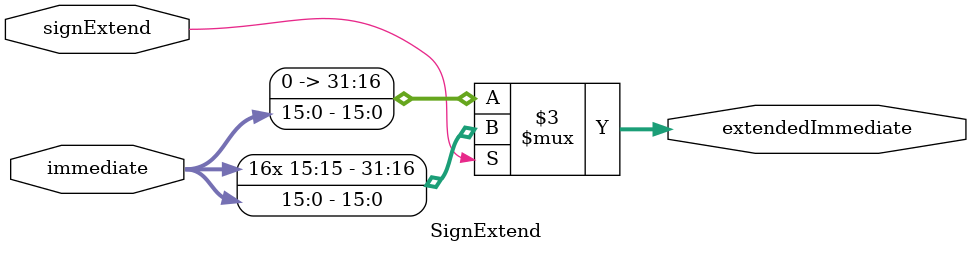
<source format=v>

module SignExtend(immediate, signExtend, extendedImmediate);
    input [15:0] immediate;
    input signExtend;
    output reg [31:0] extendedImmediate;
    
    always @(*)
        begin 
        
        if(signExtend)
            extendedImmediate = {{16{immediate[15]}}, immediate};
        else
            extendedImmediate = {16'b0,immediate};
            
        end
    endmodule
    
</source>
